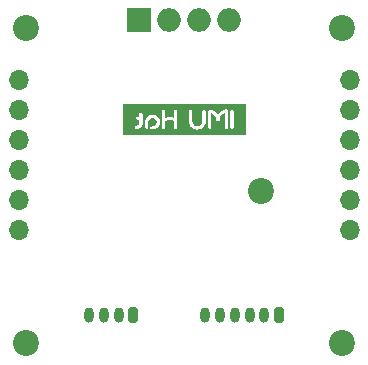
<source format=gbs>
G04 #@! TF.GenerationSoftware,KiCad,Pcbnew,7.0.1*
G04 #@! TF.CreationDate,2023-07-20T02:47:45+02:00*
G04 #@! TF.ProjectId,imu_9_axis,696d755f-395f-4617-9869-732e6b696361,rev?*
G04 #@! TF.SameCoordinates,Original*
G04 #@! TF.FileFunction,Soldermask,Bot*
G04 #@! TF.FilePolarity,Negative*
%FSLAX46Y46*%
G04 Gerber Fmt 4.6, Leading zero omitted, Abs format (unit mm)*
G04 Created by KiCad (PCBNEW 7.0.1) date 2023-07-20 02:47:45*
%MOMM*%
%LPD*%
G01*
G04 APERTURE LIST*
G04 Aperture macros list*
%AMRoundRect*
0 Rectangle with rounded corners*
0 $1 Rounding radius*
0 $2 $3 $4 $5 $6 $7 $8 $9 X,Y pos of 4 corners*
0 Add a 4 corners polygon primitive as box body*
4,1,4,$2,$3,$4,$5,$6,$7,$8,$9,$2,$3,0*
0 Add four circle primitives for the rounded corners*
1,1,$1+$1,$2,$3*
1,1,$1+$1,$4,$5*
1,1,$1+$1,$6,$7*
1,1,$1+$1,$8,$9*
0 Add four rect primitives between the rounded corners*
20,1,$1+$1,$2,$3,$4,$5,0*
20,1,$1+$1,$4,$5,$6,$7,0*
20,1,$1+$1,$6,$7,$8,$9,0*
20,1,$1+$1,$8,$9,$2,$3,0*%
G04 Aperture macros list end*
%ADD10O,2.000000X2.000000*%
%ADD11O,1.700000X1.700000*%
%ADD12R,2.000000X2.000000*%
%ADD13C,2.200000*%
%ADD14O,0.800000X1.300000*%
%ADD15RoundRect,0.200000X0.200000X0.450000X-0.200000X0.450000X-0.200000X-0.450000X0.200000X-0.450000X0*%
G04 APERTURE END LIST*
G36*
X138118128Y-55123581D02*
G01*
X137065616Y-55123581D01*
X134208116Y-55123581D01*
X133284191Y-55123581D01*
X131886397Y-55123581D01*
X131745903Y-55123581D01*
X130753716Y-55123581D01*
X130753716Y-54435797D01*
X131745903Y-54435797D01*
X131780431Y-54533428D01*
X131886397Y-54577481D01*
X132014389Y-54566468D01*
X132126903Y-54533428D01*
X132223046Y-54481934D01*
X132259479Y-54451275D01*
X132636491Y-54451275D01*
X132681734Y-54547716D01*
X132781747Y-54579863D01*
X132882950Y-54547716D01*
X132929384Y-54451275D01*
X132929384Y-53982169D01*
X132959150Y-53820244D01*
X133036541Y-53704753D01*
X133147269Y-53635697D01*
X133274666Y-53613075D01*
X133404444Y-53635697D01*
X133517553Y-53704753D01*
X133597325Y-53820244D01*
X133627091Y-53982169D01*
X133602088Y-54116709D01*
X133530650Y-54234581D01*
X133419922Y-54319116D01*
X133279428Y-54351262D01*
X133241328Y-54348881D01*
X133190131Y-54351262D01*
X133137744Y-54372694D01*
X133096072Y-54427463D01*
X133084166Y-54507234D01*
X133117503Y-54565575D01*
X133187750Y-54601294D01*
X133284191Y-54613200D01*
X133381524Y-54603675D01*
X133487788Y-54575100D01*
X133594944Y-54527177D01*
X133694956Y-54459609D01*
X133705744Y-54448894D01*
X134062859Y-54448894D01*
X134108103Y-54557241D01*
X134208116Y-54594150D01*
X134309319Y-54557241D01*
X134355753Y-54448894D01*
X134355753Y-53903587D01*
X134381947Y-53885728D01*
X134455766Y-53859534D01*
X134567684Y-53835722D01*
X134708178Y-53825006D01*
X134879628Y-53841675D01*
X135062984Y-53901206D01*
X135062984Y-54448894D01*
X135109419Y-54557241D01*
X135210622Y-54594150D01*
X135309444Y-54558431D01*
X135353497Y-54448894D01*
X135353497Y-53927400D01*
X136351241Y-53927400D01*
X136365528Y-54069977D01*
X136408391Y-54202434D01*
X136475363Y-54321795D01*
X136561981Y-54425081D01*
X136667054Y-54509913D01*
X136789391Y-54573909D01*
X136923931Y-54614093D01*
X137065616Y-54627487D01*
X137209086Y-54613795D01*
X137344222Y-54572719D01*
X137466559Y-54507830D01*
X137542240Y-54446513D01*
X137970491Y-54446513D01*
X138016925Y-54554859D01*
X138118128Y-54591769D01*
X138216950Y-54556050D01*
X138261003Y-54446513D01*
X138261003Y-53236838D01*
X138428881Y-53315419D01*
X138558659Y-53439244D01*
X138644384Y-53596406D01*
X138677722Y-53777381D01*
X138724156Y-53880966D01*
X138822978Y-53915494D01*
X138920609Y-53880966D01*
X138965853Y-53777381D01*
X138999191Y-53595216D01*
X139084916Y-53436863D01*
X139215884Y-53314228D01*
X139382572Y-53236838D01*
X139382572Y-54446513D01*
X139429006Y-54554859D01*
X139530209Y-54591769D01*
X139629031Y-54556050D01*
X139672126Y-54448894D01*
X139863584Y-54448894D01*
X139908828Y-54557241D01*
X140008841Y-54594150D01*
X140108853Y-54557241D01*
X140154097Y-54448894D01*
X140154097Y-53074912D01*
X140108853Y-52965375D01*
X140008841Y-52929656D01*
X139908828Y-52965375D01*
X139863584Y-53074912D01*
X139863584Y-54448894D01*
X139672126Y-54448894D01*
X139673084Y-54446513D01*
X139673084Y-53065388D01*
X139621888Y-52957041D01*
X139487347Y-52922513D01*
X139323041Y-52948706D01*
X139142066Y-53023716D01*
X139053662Y-53077591D01*
X138969425Y-53141587D01*
X138892927Y-53214811D01*
X138827741Y-53296369D01*
X138803928Y-53278509D01*
X138747969Y-53211834D01*
X138655100Y-53121347D01*
X138521750Y-53028478D01*
X138341966Y-52954659D01*
X138233023Y-52932335D01*
X138110984Y-52924894D01*
X138010972Y-52965375D01*
X137970491Y-53065388D01*
X137970491Y-54446513D01*
X137542240Y-54446513D01*
X137571631Y-54422700D01*
X137657952Y-54319413D01*
X137724031Y-54200053D01*
X137766001Y-54068191D01*
X137779991Y-53927400D01*
X137779991Y-53072531D01*
X137733556Y-52964184D01*
X137632353Y-52927275D01*
X137532341Y-52962994D01*
X137487097Y-53072531D01*
X137487097Y-53927400D01*
X137454950Y-54085753D01*
X137366844Y-54217912D01*
X137233494Y-54308400D01*
X137065616Y-54341737D01*
X136900119Y-54309591D01*
X136765578Y-54221484D01*
X136675091Y-54089325D01*
X136641753Y-53927400D01*
X136641753Y-53072531D01*
X136596509Y-52962994D01*
X136496497Y-52927275D01*
X136396484Y-52962994D01*
X136351241Y-53072531D01*
X136351241Y-53927400D01*
X135353497Y-53927400D01*
X135353497Y-53072531D01*
X135307063Y-52964184D01*
X135205859Y-52927275D01*
X135107038Y-52962994D01*
X135062984Y-53072531D01*
X135062984Y-53620219D01*
X134877247Y-53583309D01*
X134712941Y-53572594D01*
X134566494Y-53580928D01*
X134454575Y-53597597D01*
X134381947Y-53613075D01*
X134355753Y-53617838D01*
X134355753Y-53072531D01*
X134309319Y-52962994D01*
X134208116Y-52927275D01*
X134108103Y-52962994D01*
X134062859Y-53072531D01*
X134062859Y-54448894D01*
X133705744Y-54448894D01*
X133783360Y-54371801D01*
X133855691Y-54263156D01*
X133903911Y-54133378D01*
X133919984Y-53982169D01*
X133907483Y-53857153D01*
X133869978Y-53739281D01*
X133811042Y-53632125D01*
X133734247Y-53539256D01*
X133640783Y-53462461D01*
X133531841Y-53403525D01*
X133410397Y-53366020D01*
X133279428Y-53353519D01*
X133148459Y-53365723D01*
X133027016Y-53402334D01*
X132917776Y-53460377D01*
X132823419Y-53536875D01*
X132745730Y-53629744D01*
X132686497Y-53736900D01*
X132648992Y-53855367D01*
X132636491Y-53982169D01*
X132636491Y-54451275D01*
X132259479Y-54451275D01*
X132301925Y-54415556D01*
X132363838Y-54336975D01*
X132409081Y-54248869D01*
X132436763Y-54154214D01*
X132445991Y-54055988D01*
X132445991Y-53289225D01*
X132399556Y-53184450D01*
X132298353Y-53148731D01*
X132199531Y-53183259D01*
X132155478Y-53289225D01*
X132155478Y-53529731D01*
X132014984Y-53529731D01*
X131910209Y-53574975D01*
X131874491Y-53673797D01*
X131909019Y-53771428D01*
X132014984Y-53815481D01*
X132155478Y-53815481D01*
X132159050Y-53978597D01*
X132142381Y-54132188D01*
X132064991Y-54246487D01*
X131886397Y-54291731D01*
X131780431Y-54336975D01*
X131745903Y-54435797D01*
X130753716Y-54435797D01*
X130753716Y-52426419D01*
X131745903Y-52426419D01*
X140154097Y-52426419D01*
X141146284Y-52426419D01*
X141146284Y-55123581D01*
X140154097Y-55123581D01*
X140008841Y-55123581D01*
X138118128Y-55123581D01*
G37*
D10*
X139760000Y-45345000D03*
X137220000Y-45345000D03*
D11*
X149950000Y-50425000D03*
X149950000Y-52965000D03*
X149950000Y-55505000D03*
X149950000Y-58045000D03*
X149950000Y-60585000D03*
X149950000Y-63125000D03*
X121950000Y-63125000D03*
X121950000Y-60585000D03*
X121950000Y-58045000D03*
X121950000Y-55505000D03*
X121950000Y-52965000D03*
X121950000Y-50425000D03*
D10*
X134680000Y-45345000D03*
D12*
X132140000Y-45345000D03*
D13*
X142450000Y-59807500D03*
X149300000Y-72725000D03*
X122600000Y-72725000D03*
D14*
X127900000Y-70325000D03*
X129150000Y-70325000D03*
X130400000Y-70325000D03*
D15*
X131650000Y-70325000D03*
D14*
X137745000Y-70325000D03*
X138995000Y-70325000D03*
X140245000Y-70325000D03*
X141495000Y-70325000D03*
X142745000Y-70325000D03*
D15*
X143995000Y-70325000D03*
D13*
X149300000Y-46025000D03*
X122600000Y-46025000D03*
M02*

</source>
